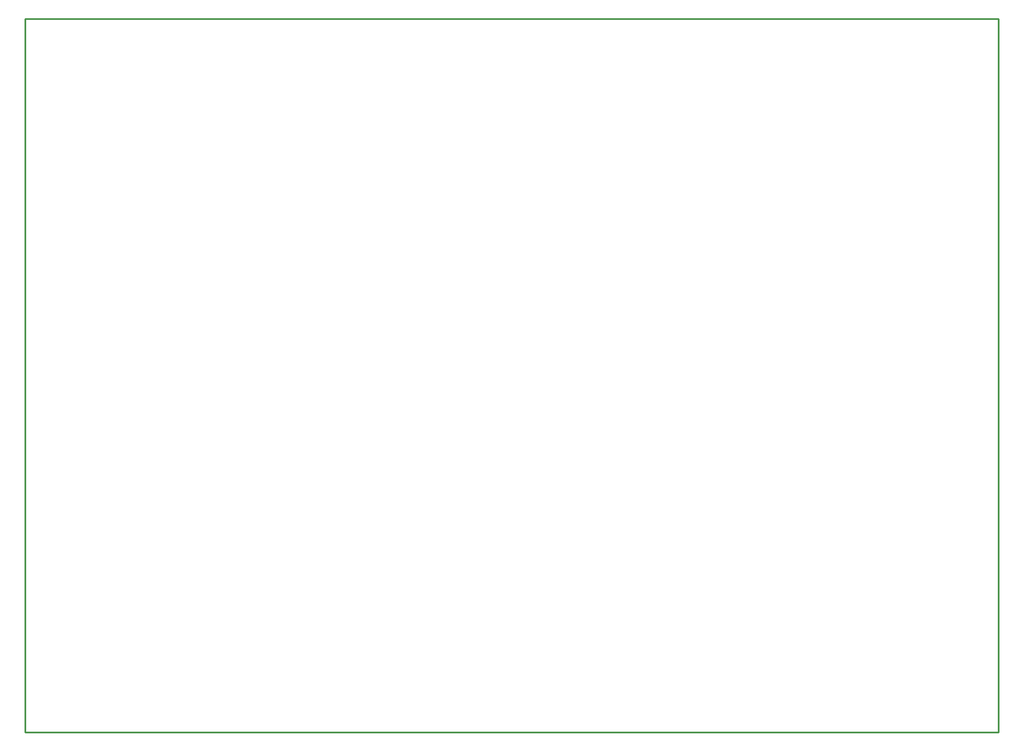
<source format=gbr>
%TF.GenerationSoftware,Altium Limited,Altium Designer,21.3.2 (30)*%
G04 Layer_Color=16711935*
%FSLAX24Y24*%
%MOIN*%
%TF.SameCoordinates,B2232A1B-76E2-43D3-9B88-882A457EFEF9*%
%TF.FilePolarity,Positive*%
%TF.FileFunction,Keep-out,Top*%
%TF.Part,Single*%
G01*
G75*
%TA.AperFunction,NonConductor*%
%ADD59C,0.0100*%
D59*
X-270Y41550D02*
X-270Y-250D01*
X56700Y41550D02*
X56700Y-250D01*
X-270Y41550D02*
X56700D01*
X-270Y-250D02*
X56700Y-250D01*
%TF.MD5,6e4522f7a2d4ce92cb84b91a99fd9cc3*%
M02*

</source>
